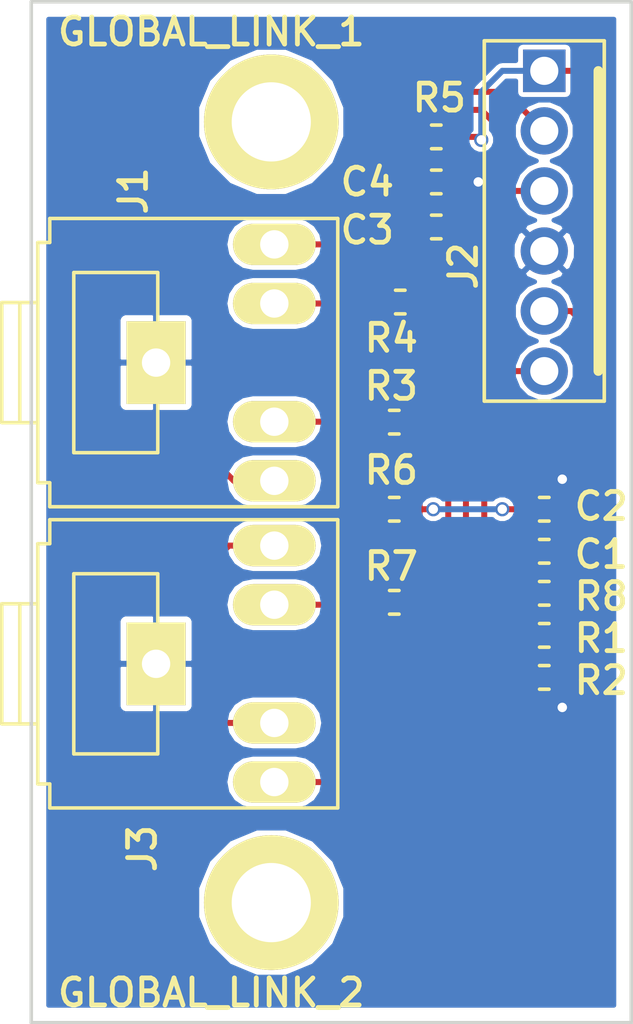
<source format=kicad_pcb>
(kicad_pcb (version 4) (host pcbnew 4.0.6)

  (general
    (links 27)
    (no_connects 0)
    (area 149.784999 96.444999 175.335001 139.775001)
    (thickness 1.6)
    (drawings 4)
    (tracks 95)
    (zones 0)
    (modules 17)
    (nets 14)
  )

  (page A4)
  (layers
    (0 F.Cu signal)
    (31 B.Cu signal)
    (32 B.Adhes user)
    (33 F.Adhes user)
    (34 B.Paste user)
    (35 F.Paste user)
    (36 B.SilkS user)
    (37 F.SilkS user)
    (38 B.Mask user)
    (39 F.Mask user)
    (40 Dwgs.User user)
    (41 Cmts.User user)
    (42 Eco1.User user)
    (43 Eco2.User user)
    (44 Edge.Cuts user)
    (45 Margin user)
    (46 B.CrtYd user)
    (47 F.CrtYd user)
    (48 B.Fab user)
    (49 F.Fab user)
  )

  (setup
    (last_trace_width 0.254)
    (user_trace_width 0.254)
    (user_trace_width 0.508)
    (trace_clearance 0.2)
    (zone_clearance 0.09144)
    (zone_45_only no)
    (trace_min 0.2)
    (segment_width 0.2)
    (edge_width 0.15)
    (via_size 0.6)
    (via_drill 0.4)
    (via_min_size 0.4)
    (via_min_drill 0.3)
    (uvia_size 0.3)
    (uvia_drill 0.1)
    (uvias_allowed no)
    (uvia_min_size 0.2)
    (uvia_min_drill 0.1)
    (pcb_text_width 0.3)
    (pcb_text_size 1.5 1.5)
    (mod_edge_width 0.15)
    (mod_text_size 1.143 1.143)
    (mod_text_width 0.2032)
    (pad_size 1.524 1.524)
    (pad_drill 0.762)
    (pad_to_mask_clearance 0.2)
    (aux_axis_origin 0 0)
    (visible_elements 7FFFFF7F)
    (pcbplotparams
      (layerselection 0x00030_80000001)
      (usegerberextensions false)
      (excludeedgelayer true)
      (linewidth 0.100000)
      (plotframeref false)
      (viasonmask false)
      (mode 1)
      (useauxorigin false)
      (hpglpennumber 1)
      (hpglpenspeed 20)
      (hpglpendiameter 15)
      (hpglpenoverlay 2)
      (psnegative false)
      (psa4output false)
      (plotreference true)
      (plotvalue true)
      (plotinvisibletext false)
      (padsonsilk false)
      (subtractmaskfromsilk false)
      (outputformat 1)
      (mirror false)
      (drillshape 1)
      (scaleselection 1)
      (outputdirectory ""))
  )

  (net 0 "")
  (net 1 /2v5)
  (net 2 GND)
  (net 3 "Net-(C3-Pad1)")
  (net 4 /LINK1_C)
  (net 5 /LINK1_AUD)
  (net 6 "Net-(J1-Pad4)")
  (net 7 "Net-(J1-Pad5)")
  (net 8 +3V3)
  (net 9 /LINK2_AUD)
  (net 10 /LINK2_C)
  (net 11 "Net-(J3-Pad4)")
  (net 12 "Net-(J3-Pad5)")
  (net 13 "Net-(C1-Pad1)")

  (net_class Default "This is the default net class."
    (clearance 0.2)
    (trace_width 0.25)
    (via_dia 0.6)
    (via_drill 0.4)
    (uvia_dia 0.3)
    (uvia_drill 0.1)
    (add_net +3V3)
    (add_net /2v5)
    (add_net /LINK1_AUD)
    (add_net /LINK1_C)
    (add_net /LINK2_AUD)
    (add_net /LINK2_C)
    (add_net GND)
    (add_net "Net-(C1-Pad1)")
    (add_net "Net-(C3-Pad1)")
    (add_net "Net-(J1-Pad4)")
    (add_net "Net-(J1-Pad5)")
    (add_net "Net-(J3-Pad4)")
    (add_net "Net-(J3-Pad5)")
  )

  (module lib:smd0603 (layer F.Cu) (tedit 5976B87F) (tstamp 596D7584)
    (at 171.577 119.761 180)
    (descr "SMT resistor, 0603")
    (path /596D7508)
    (fp_text reference C1 (at -2.413 -0.127 180) (layer F.SilkS)
      (effects (font (size 1.143 1.143) (thickness 0.2032)))
    )
    (fp_text value 4u7 (at 0 0.8 180) (layer F.SilkS) hide
      (effects (font (size 1.143 1.143) (thickness 0.2032)))
    )
    (fp_line (start -0.2 -0.5) (end 0.2 -0.5) (layer F.SilkS) (width 0.1524))
    (fp_line (start -0.2 0.5) (end 0.2 0.5) (layer F.SilkS) (width 0.1524))
    (pad 1 smd rect (at 0.75184 0 180) (size 0.89916 1.00076) (layers F.Cu F.Paste F.Mask)
      (net 13 "Net-(C1-Pad1)"))
    (pad 2 smd rect (at -0.75184 0 180) (size 0.89916 1.00076) (layers F.Cu F.Paste F.Mask)
      (net 2 GND))
    (model walter/r_0603.wrl
      (at (xyz 0 0 0))
      (scale (xyz 1 1 1))
      (rotate (xyz 0 0 0))
    )
  )

  (module lib:smd0603 (layer F.Cu) (tedit 5976B87D) (tstamp 596D758A)
    (at 171.577 117.983 180)
    (descr "SMT resistor, 0603")
    (path /596D750E)
    (fp_text reference C2 (at -2.413 0.127 180) (layer F.SilkS)
      (effects (font (size 1.143 1.143) (thickness 0.2032)))
    )
    (fp_text value 100n (at 0 0.8 180) (layer F.SilkS) hide
      (effects (font (size 1.143 1.143) (thickness 0.2032)))
    )
    (fp_line (start -0.2 -0.5) (end 0.2 -0.5) (layer F.SilkS) (width 0.1524))
    (fp_line (start -0.2 0.5) (end 0.2 0.5) (layer F.SilkS) (width 0.1524))
    (pad 1 smd rect (at 0.75184 0 180) (size 0.89916 1.00076) (layers F.Cu F.Paste F.Mask)
      (net 13 "Net-(C1-Pad1)"))
    (pad 2 smd rect (at -0.75184 0 180) (size 0.89916 1.00076) (layers F.Cu F.Paste F.Mask)
      (net 2 GND))
    (model walter/r_0603.wrl
      (at (xyz 0 0 0))
      (scale (xyz 1 1 1))
      (rotate (xyz 0 0 0))
    )
  )

  (module lib:smd0603 (layer F.Cu) (tedit 596D774C) (tstamp 596D7590)
    (at 167.005 106.045 180)
    (descr "SMT resistor, 0603")
    (path /596D6EF4)
    (fp_text reference C3 (at 2.921 -0.127 180) (layer F.SilkS)
      (effects (font (size 1.143 1.143) (thickness 0.2032)))
    )
    (fp_text value 4u7 (at 0 0.8 180) (layer F.SilkS) hide
      (effects (font (size 1.143 1.143) (thickness 0.2032)))
    )
    (fp_line (start -0.2 -0.5) (end 0.2 -0.5) (layer F.SilkS) (width 0.1524))
    (fp_line (start -0.2 0.5) (end 0.2 0.5) (layer F.SilkS) (width 0.1524))
    (pad 1 smd rect (at 0.75184 0 180) (size 0.89916 1.00076) (layers F.Cu F.Paste F.Mask)
      (net 3 "Net-(C3-Pad1)"))
    (pad 2 smd rect (at -0.75184 0 180) (size 0.89916 1.00076) (layers F.Cu F.Paste F.Mask)
      (net 2 GND))
    (model walter/r_0603.wrl
      (at (xyz 0 0 0))
      (scale (xyz 1 1 1))
      (rotate (xyz 0 0 0))
    )
  )

  (module lib:smd0603 (layer F.Cu) (tedit 596D774E) (tstamp 596D7596)
    (at 167.005 104.14 180)
    (descr "SMT resistor, 0603")
    (path /596D711D)
    (fp_text reference C4 (at 2.921 0 180) (layer F.SilkS)
      (effects (font (size 1.143 1.143) (thickness 0.2032)))
    )
    (fp_text value 100n (at 0 0.8 180) (layer F.SilkS) hide
      (effects (font (size 1.143 1.143) (thickness 0.2032)))
    )
    (fp_line (start -0.2 -0.5) (end 0.2 -0.5) (layer F.SilkS) (width 0.1524))
    (fp_line (start -0.2 0.5) (end 0.2 0.5) (layer F.SilkS) (width 0.1524))
    (pad 1 smd rect (at 0.75184 0 180) (size 0.89916 1.00076) (layers F.Cu F.Paste F.Mask)
      (net 3 "Net-(C3-Pad1)"))
    (pad 2 smd rect (at -0.75184 0 180) (size 0.89916 1.00076) (layers F.Cu F.Paste F.Mask)
      (net 2 GND))
    (model walter/r_0603.wrl
      (at (xyz 0 0 0))
      (scale (xyz 1 1 1))
      (rotate (xyz 0 0 0))
    )
  )

  (module TRS3.5_5 (layer F.Cu) (tedit 5976B674) (tstamp 596D759F)
    (at 156.739001 111.781001 90)
    (path /596D6692)
    (fp_text reference J1 (at 7.260001 -2.561001 90) (layer F.SilkS)
      (effects (font (size 1.143 1.143) (thickness 0.2032)))
    )
    (fp_text value GLOBAL_LINK_1 (at 13.991001 0.740999 360) (layer F.SilkS)
      (effects (font (size 1.143 1.143) (thickness 0.2032)))
    )
    (fp_line (start -1.778 -1.524) (end -3.81 -1.524) (layer F.SilkS) (width 0.15))
    (fp_line (start -3.81 -1.524) (end -3.81 -5.08) (layer F.SilkS) (width 0.15))
    (fp_line (start -3.81 -5.08) (end 3.81 -5.08) (layer F.SilkS) (width 0.15))
    (fp_line (start 3.81 -5.08) (end 3.81 -1.524) (layer F.SilkS) (width 0.15))
    (fp_line (start 3.81 -1.524) (end 1.778 -1.524) (layer F.SilkS) (width 0.15))
    (fp_line (start -5.08 -6.096) (end -6.096 -6.096) (layer F.SilkS) (width 0.15))
    (fp_line (start 6.096 -6.096) (end 5.08 -6.096) (layer F.SilkS) (width 0.15))
    (fp_line (start -2.54 -8.128) (end -2.54 -6.604) (layer F.SilkS) (width 0.15))
    (fp_line (start 2.54 -6.604) (end 2.54 -8.128) (layer F.SilkS) (width 0.15))
    (fp_line (start -2.54 -7.366) (end 2.54 -7.366) (layer F.SilkS) (width 0.15))
    (fp_line (start -5.08 -6.096) (end -5.08 -6.35) (layer F.SilkS) (width 0.15))
    (fp_line (start -5.08 -6.35) (end -5.08 -6.604) (layer F.SilkS) (width 0.15))
    (fp_line (start -5.08 -6.604) (end 5.08 -6.604) (layer F.SilkS) (width 0.15))
    (fp_line (start 5.08 -6.604) (end 5.08 -6.096) (layer F.SilkS) (width 0.15))
    (fp_line (start -2.54 -8.128) (end 2.54 -8.128) (layer F.SilkS) (width 0.15))
    (fp_line (start -6.096 6.096) (end -6.096 -6.096) (layer F.SilkS) (width 0.15))
    (fp_line (start 6.096 -6.096) (end 6.096 6.096) (layer F.SilkS) (width 0.15))
    (fp_line (start 6.096 6.096) (end -6.096 6.096) (layer F.SilkS) (width 0.15))
    (pad 1 thru_hole rect (at 0 -1.596 90) (size 3.5 2.5) (drill 1.2) (layers *.Cu *.Mask F.SilkS)
      (net 2 GND))
    (pad 2 thru_hole oval (at 5 3.41 90) (size 1.75 3.5) (drill 1.2) (layers *.Cu *.Mask F.SilkS)
      (net 4 /LINK1_C))
    (pad 3 thru_hole oval (at -5 3.41 90) (size 1.75 3.5) (drill 1.2) (layers *.Cu *.Mask F.SilkS)
      (net 5 /LINK1_AUD))
    (pad 4 thru_hole oval (at 2.5 3.41 90) (size 1.75 3.5) (drill 1.2) (layers *.Cu *.Mask F.SilkS)
      (net 6 "Net-(J1-Pad4)"))
    (pad 5 thru_hole oval (at -2.5 3.41 90) (size 1.75 3.5) (drill 1.2) (layers *.Cu *.Mask F.SilkS)
      (net 7 "Net-(J1-Pad5)"))
  )

  (module lib:Molex_22-27-2061_100mil_6pin_verical (layer F.Cu) (tedit 5976B525) (tstamp 596D75A9)
    (at 171.577 105.791 270)
    (path /596D666F)
    (fp_text reference J2 (at 1.905 3.429 270) (layer F.SilkS)
      (effects (font (size 1.143 1.143) (thickness 0.2032)))
    )
    (fp_text value CONN_01X06 (at 0 4.318 270) (layer F.Fab) hide
      (effects (font (size 1.143 1.143) (thickness 0.2032)))
    )
    (fp_line (start -6.35 -2.286) (end 6.35 -2.286) (layer F.SilkS) (width 0.4))
    (fp_line (start -7.62 -2.54) (end -7.62 2.54) (layer F.SilkS) (width 0.1524))
    (fp_line (start -7.62 2.54) (end 7.62 2.54) (layer F.SilkS) (width 0.1524))
    (fp_line (start 7.62 2.54) (end 7.62 -2.54) (layer F.SilkS) (width 0.1524))
    (fp_line (start 7.62 -2.54) (end -7.62 -2.54) (layer F.SilkS) (width 0.1524))
    (pad 1 thru_hole rect (at -6.35 0 270) (size 1.8 1.8) (drill 1.19) (layers *.Cu *.Mask)
      (net 8 +3V3))
    (pad 2 thru_hole circle (at -3.81 0 270) (size 2 2) (drill 1.19) (layers *.Cu *.Mask)
      (net 5 /LINK1_AUD))
    (pad 3 thru_hole circle (at -1.27 0 270) (size 2 2) (drill 1.19) (layers *.Cu *.Mask)
      (net 4 /LINK1_C))
    (pad 4 thru_hole circle (at 1.27 0 270) (size 2 2) (drill 1.19) (layers *.Cu *.Mask)
      (net 2 GND))
    (pad 5 thru_hole circle (at 3.81 0 270) (size 2 2) (drill 1.19) (layers *.Cu *.Mask)
      (net 9 /LINK2_AUD))
    (pad 6 thru_hole circle (at 6.35 0 270) (size 2 2) (drill 1.19) (layers *.Cu *.Mask)
      (net 10 /LINK2_C))
  )

  (module TRS3.5_5 (layer F.Cu) (tedit 5976B679) (tstamp 596D75B2)
    (at 156.739001 124.521001 90)
    (path /596D6E04)
    (fp_text reference J3 (at -7.812999 -2.180001 90) (layer F.SilkS)
      (effects (font (size 1.143 1.143) (thickness 0.2032)))
    )
    (fp_text value GLOBAL_LINK_2 (at -13.908999 0.740999 180) (layer F.SilkS)
      (effects (font (size 1.143 1.143) (thickness 0.2032)))
    )
    (fp_line (start -1.778 -1.524) (end -3.81 -1.524) (layer F.SilkS) (width 0.15))
    (fp_line (start -3.81 -1.524) (end -3.81 -5.08) (layer F.SilkS) (width 0.15))
    (fp_line (start -3.81 -5.08) (end 3.81 -5.08) (layer F.SilkS) (width 0.15))
    (fp_line (start 3.81 -5.08) (end 3.81 -1.524) (layer F.SilkS) (width 0.15))
    (fp_line (start 3.81 -1.524) (end 1.778 -1.524) (layer F.SilkS) (width 0.15))
    (fp_line (start -5.08 -6.096) (end -6.096 -6.096) (layer F.SilkS) (width 0.15))
    (fp_line (start 6.096 -6.096) (end 5.08 -6.096) (layer F.SilkS) (width 0.15))
    (fp_line (start -2.54 -8.128) (end -2.54 -6.604) (layer F.SilkS) (width 0.15))
    (fp_line (start 2.54 -6.604) (end 2.54 -8.128) (layer F.SilkS) (width 0.15))
    (fp_line (start -2.54 -7.366) (end 2.54 -7.366) (layer F.SilkS) (width 0.15))
    (fp_line (start -5.08 -6.096) (end -5.08 -6.35) (layer F.SilkS) (width 0.15))
    (fp_line (start -5.08 -6.35) (end -5.08 -6.604) (layer F.SilkS) (width 0.15))
    (fp_line (start -5.08 -6.604) (end 5.08 -6.604) (layer F.SilkS) (width 0.15))
    (fp_line (start 5.08 -6.604) (end 5.08 -6.096) (layer F.SilkS) (width 0.15))
    (fp_line (start -2.54 -8.128) (end 2.54 -8.128) (layer F.SilkS) (width 0.15))
    (fp_line (start -6.096 6.096) (end -6.096 -6.096) (layer F.SilkS) (width 0.15))
    (fp_line (start 6.096 -6.096) (end 6.096 6.096) (layer F.SilkS) (width 0.15))
    (fp_line (start 6.096 6.096) (end -6.096 6.096) (layer F.SilkS) (width 0.15))
    (pad 1 thru_hole rect (at 0 -1.596 90) (size 3.5 2.5) (drill 1.2) (layers *.Cu *.Mask F.SilkS)
      (net 2 GND))
    (pad 2 thru_hole oval (at 5 3.41 90) (size 1.75 3.5) (drill 1.2) (layers *.Cu *.Mask F.SilkS)
      (net 10 /LINK2_C))
    (pad 3 thru_hole oval (at -5 3.41 90) (size 1.75 3.5) (drill 1.2) (layers *.Cu *.Mask F.SilkS)
      (net 9 /LINK2_AUD))
    (pad 4 thru_hole oval (at 2.5 3.41 90) (size 1.75 3.5) (drill 1.2) (layers *.Cu *.Mask F.SilkS)
      (net 11 "Net-(J3-Pad4)"))
    (pad 5 thru_hole oval (at -2.5 3.41 90) (size 1.75 3.5) (drill 1.2) (layers *.Cu *.Mask F.SilkS)
      (net 12 "Net-(J3-Pad5)"))
  )

  (module lib:smd0603 (layer F.Cu) (tedit 5976B884) (tstamp 596D75B8)
    (at 171.577 123.317 180)
    (descr "SMT resistor, 0603")
    (path /596D7514)
    (fp_text reference R1 (at -2.413 -0.127 180) (layer F.SilkS)
      (effects (font (size 1.143 1.143) (thickness 0.2032)))
    )
    (fp_text value 1k (at 0 0.8 180) (layer F.SilkS) hide
      (effects (font (size 1.143 1.143) (thickness 0.2032)))
    )
    (fp_line (start -0.2 -0.5) (end 0.2 -0.5) (layer F.SilkS) (width 0.1524))
    (fp_line (start -0.2 0.5) (end 0.2 0.5) (layer F.SilkS) (width 0.1524))
    (pad 1 smd rect (at 0.75184 0 180) (size 0.89916 1.00076) (layers F.Cu F.Paste F.Mask)
      (net 1 /2v5))
    (pad 2 smd rect (at -0.75184 0 180) (size 0.89916 1.00076) (layers F.Cu F.Paste F.Mask)
      (net 8 +3V3))
    (model walter/r_0603.wrl
      (at (xyz 0 0 0))
      (scale (xyz 1 1 1))
      (rotate (xyz 0 0 0))
    )
  )

  (module lib:smd0603 (layer F.Cu) (tedit 5976B887) (tstamp 596D75BE)
    (at 171.577 125.095)
    (descr "SMT resistor, 0603")
    (path /596D8F90)
    (fp_text reference R2 (at 2.413 0.127) (layer F.SilkS)
      (effects (font (size 1.143 1.143) (thickness 0.2032)))
    )
    (fp_text value 3k3 (at 0 0.8) (layer F.SilkS) hide
      (effects (font (size 1.143 1.143) (thickness 0.2032)))
    )
    (fp_line (start -0.2 -0.5) (end 0.2 -0.5) (layer F.SilkS) (width 0.1524))
    (fp_line (start -0.2 0.5) (end 0.2 0.5) (layer F.SilkS) (width 0.1524))
    (pad 1 smd rect (at 0.75184 0) (size 0.89916 1.00076) (layers F.Cu F.Paste F.Mask)
      (net 2 GND))
    (pad 2 smd rect (at -0.75184 0) (size 0.89916 1.00076) (layers F.Cu F.Paste F.Mask)
      (net 1 /2v5))
    (model walter/r_0603.wrl
      (at (xyz 0 0 0))
      (scale (xyz 1 1 1))
      (rotate (xyz 0 0 0))
    )
  )

  (module lib:smd0603 (layer F.Cu) (tedit 5976B866) (tstamp 596D75C4)
    (at 165.227 114.3 180)
    (descr "SMT resistor, 0603")
    (path /596D6901)
    (fp_text reference R3 (at 0.127 1.524 180) (layer F.SilkS)
      (effects (font (size 1.143 1.143) (thickness 0.2032)))
    )
    (fp_text value 2k (at 0 0.8 180) (layer F.SilkS) hide
      (effects (font (size 1.143 1.143) (thickness 0.2032)))
    )
    (fp_line (start -0.2 -0.5) (end 0.2 -0.5) (layer F.SilkS) (width 0.1524))
    (fp_line (start -0.2 0.5) (end 0.2 0.5) (layer F.SilkS) (width 0.1524))
    (pad 1 smd rect (at 0.75184 0 180) (size 0.89916 1.00076) (layers F.Cu F.Paste F.Mask)
      (net 7 "Net-(J1-Pad5)"))
    (pad 2 smd rect (at -0.75184 0 180) (size 0.89916 1.00076) (layers F.Cu F.Paste F.Mask)
      (net 13 "Net-(C1-Pad1)"))
    (model walter/r_0603.wrl
      (at (xyz 0 0 0))
      (scale (xyz 1 1 1))
      (rotate (xyz 0 0 0))
    )
  )

  (module lib:smd0603 (layer F.Cu) (tedit 5976B869) (tstamp 596D75CA)
    (at 165.481 109.22 180)
    (descr "SMT resistor, 0603")
    (path /596D6B11)
    (fp_text reference R4 (at 0.381 -1.524 180) (layer F.SilkS)
      (effects (font (size 1.143 1.143) (thickness 0.2032)))
    )
    (fp_text value 2k (at 0 0.8 180) (layer F.SilkS) hide
      (effects (font (size 1.143 1.143) (thickness 0.2032)))
    )
    (fp_line (start -0.2 -0.5) (end 0.2 -0.5) (layer F.SilkS) (width 0.1524))
    (fp_line (start -0.2 0.5) (end 0.2 0.5) (layer F.SilkS) (width 0.1524))
    (pad 1 smd rect (at 0.75184 0 180) (size 0.89916 1.00076) (layers F.Cu F.Paste F.Mask)
      (net 6 "Net-(J1-Pad4)"))
    (pad 2 smd rect (at -0.75184 0 180) (size 0.89916 1.00076) (layers F.Cu F.Paste F.Mask)
      (net 3 "Net-(C3-Pad1)"))
    (model walter/r_0603.wrl
      (at (xyz 0 0 0))
      (scale (xyz 1 1 1))
      (rotate (xyz 0 0 0))
    )
  )

  (module lib:smd0603 (layer F.Cu) (tedit 596D77A2) (tstamp 596D75D0)
    (at 167.005 102.235 180)
    (descr "SMT resistor, 0603")
    (path /596D7266)
    (fp_text reference R5 (at -0.127 1.651 180) (layer F.SilkS)
      (effects (font (size 1.143 1.143) (thickness 0.2032)))
    )
    (fp_text value 100R (at 0 0.8 180) (layer F.SilkS) hide
      (effects (font (size 1.143 1.143) (thickness 0.2032)))
    )
    (fp_line (start -0.2 -0.5) (end 0.2 -0.5) (layer F.SilkS) (width 0.1524))
    (fp_line (start -0.2 0.5) (end 0.2 0.5) (layer F.SilkS) (width 0.1524))
    (pad 1 smd rect (at 0.75184 0 180) (size 0.89916 1.00076) (layers F.Cu F.Paste F.Mask)
      (net 3 "Net-(C3-Pad1)"))
    (pad 2 smd rect (at -0.75184 0 180) (size 0.89916 1.00076) (layers F.Cu F.Paste F.Mask)
      (net 8 +3V3))
    (model walter/r_0603.wrl
      (at (xyz 0 0 0))
      (scale (xyz 1 1 1))
      (rotate (xyz 0 0 0))
    )
  )

  (module lib:smd0603 (layer F.Cu) (tedit 5976B871) (tstamp 596D75D6)
    (at 165.227 117.983 180)
    (descr "SMT resistor, 0603")
    (path /596D6E0E)
    (fp_text reference R6 (at 0.127 1.651 180) (layer F.SilkS)
      (effects (font (size 1.143 1.143) (thickness 0.2032)))
    )
    (fp_text value 2k (at 0 0.8 180) (layer F.SilkS) hide
      (effects (font (size 1.143 1.143) (thickness 0.2032)))
    )
    (fp_line (start -0.2 -0.5) (end 0.2 -0.5) (layer F.SilkS) (width 0.1524))
    (fp_line (start -0.2 0.5) (end 0.2 0.5) (layer F.SilkS) (width 0.1524))
    (pad 1 smd rect (at 0.75184 0 180) (size 0.89916 1.00076) (layers F.Cu F.Paste F.Mask)
      (net 12 "Net-(J3-Pad5)"))
    (pad 2 smd rect (at -0.75184 0 180) (size 0.89916 1.00076) (layers F.Cu F.Paste F.Mask)
      (net 13 "Net-(C1-Pad1)"))
    (model walter/r_0603.wrl
      (at (xyz 0 0 0))
      (scale (xyz 1 1 1))
      (rotate (xyz 0 0 0))
    )
  )

  (module lib:smd0603 (layer F.Cu) (tedit 5976B872) (tstamp 596D75DC)
    (at 165.227 121.92 180)
    (descr "SMT resistor, 0603")
    (path /596D6E14)
    (fp_text reference R7 (at 0.127 1.524 180) (layer F.SilkS)
      (effects (font (size 1.143 1.143) (thickness 0.2032)))
    )
    (fp_text value 2k (at 0 0.8 180) (layer F.SilkS) hide
      (effects (font (size 1.143 1.143) (thickness 0.2032)))
    )
    (fp_line (start -0.2 -0.5) (end 0.2 -0.5) (layer F.SilkS) (width 0.1524))
    (fp_line (start -0.2 0.5) (end 0.2 0.5) (layer F.SilkS) (width 0.1524))
    (pad 1 smd rect (at 0.75184 0 180) (size 0.89916 1.00076) (layers F.Cu F.Paste F.Mask)
      (net 11 "Net-(J3-Pad4)"))
    (pad 2 smd rect (at -0.75184 0 180) (size 0.89916 1.00076) (layers F.Cu F.Paste F.Mask)
      (net 3 "Net-(C3-Pad1)"))
    (model walter/r_0603.wrl
      (at (xyz 0 0 0))
      (scale (xyz 1 1 1))
      (rotate (xyz 0 0 0))
    )
  )

  (module lib:MTG_4_40 (layer F.Cu) (tedit 4CACD11D) (tstamp 596D7662)
    (at 160.02 101.6)
    (path /596EF645)
    (fp_text reference MTG1 (at 0.381 -4.445) (layer F.SilkS) hide
      (effects (font (size 1.143 1.143) (thickness 0.2032)))
    )
    (fp_text value MOUNTING_HOLE (at 0.254 4.699) (layer F.SilkS) hide
      (effects (font (size 1.143 1.143) (thickness 0.2032)))
    )
    (pad 1 thru_hole circle (at 0 0) (size 5.69976 5.69976) (drill 3.35026) (layers *.Cu *.Mask F.SilkS))
  )

  (module lib:MTG_4_40 (layer F.Cu) (tedit 4CACD11D) (tstamp 596D7667)
    (at 160.02 134.62)
    (path /596EF83F)
    (fp_text reference MTG2 (at 0.381 -4.445) (layer F.SilkS) hide
      (effects (font (size 1.143 1.143) (thickness 0.2032)))
    )
    (fp_text value MOUNTING_HOLE (at 0.254 4.699) (layer F.SilkS) hide
      (effects (font (size 1.143 1.143) (thickness 0.2032)))
    )
    (pad 1 thru_hole circle (at 0 0) (size 5.69976 5.69976) (drill 3.35026) (layers *.Cu *.Mask F.SilkS))
  )

  (module lib:smd0603 (layer F.Cu) (tedit 5976B881) (tstamp 5976AA85)
    (at 171.577 121.539)
    (descr "SMT resistor, 0603")
    (path /597759A1)
    (fp_text reference R8 (at 2.413 0.127) (layer F.SilkS)
      (effects (font (size 1.143 1.143) (thickness 0.2032)))
    )
    (fp_text value 100R (at 0 0.8) (layer F.SilkS) hide
      (effects (font (size 1.143 1.143) (thickness 0.2032)))
    )
    (fp_line (start -0.2 -0.5) (end 0.2 -0.5) (layer F.SilkS) (width 0.1524))
    (fp_line (start -0.2 0.5) (end 0.2 0.5) (layer F.SilkS) (width 0.1524))
    (pad 1 smd rect (at 0.75184 0) (size 0.89916 1.00076) (layers F.Cu F.Paste F.Mask)
      (net 13 "Net-(C1-Pad1)"))
    (pad 2 smd rect (at -0.75184 0) (size 0.89916 1.00076) (layers F.Cu F.Paste F.Mask)
      (net 1 /2v5))
    (model walter/r_0603.wrl
      (at (xyz 0 0 0))
      (scale (xyz 1 1 1))
      (rotate (xyz 0 0 0))
    )
  )

  (gr_line (start 175.26 96.52) (end 149.86 96.52) (angle 90) (layer Edge.Cuts) (width 0.15))
  (gr_line (start 175.26 139.7) (end 175.26 96.52) (angle 90) (layer Edge.Cuts) (width 0.15))
  (gr_line (start 149.86 139.7) (end 175.26 139.7) (angle 90) (layer Edge.Cuts) (width 0.15))
  (gr_line (start 149.86 96.52) (end 149.86 139.7) (angle 90) (layer Edge.Cuts) (width 0.15))

  (segment (start 170.82516 121.539) (end 170.82516 123.317) (width 0.254) (layer F.Cu) (net 1) (status C00000))
  (segment (start 170.82516 123.317) (end 170.82516 125.095) (width 0.254) (layer F.Cu) (net 1) (tstamp 5976B805) (status C00000))
  (segment (start 172.32884 119.761) (end 172.32884 117.983) (width 0.254) (layer F.Cu) (net 2) (status C00000))
  (segment (start 172.32884 117.983) (end 172.339 117.97284) (width 0.254) (layer F.Cu) (net 2) (tstamp 5976B80D) (status C00000))
  (segment (start 172.339 117.97284) (end 172.339 116.713) (width 0.254) (layer F.Cu) (net 2) (tstamp 5976B80E) (status 400000))
  (via (at 172.339 116.713) (size 0.6) (drill 0.4) (layers F.Cu B.Cu) (net 2))
  (segment (start 172.32884 125.095) (end 172.32884 126.35484) (width 0.254) (layer F.Cu) (net 2) (status 400000))
  (via (at 172.339 126.365) (size 0.6) (drill 0.4) (layers F.Cu B.Cu) (net 2))
  (segment (start 172.32884 126.35484) (end 172.339 126.365) (width 0.254) (layer F.Cu) (net 2) (tstamp 5976B808))
  (segment (start 167.75684 104.14) (end 168.783 104.14) (width 0.254) (layer F.Cu) (net 2))
  (via (at 168.783 104.14) (size 0.6) (drill 0.4) (layers F.Cu B.Cu) (net 2))
  (segment (start 167.75684 104.14) (end 167.75684 106.045) (width 0.254) (layer F.Cu) (net 2))
  (segment (start 166.23284 109.22) (end 166.23284 106.06532) (width 0.254) (layer F.Cu) (net 3))
  (segment (start 166.23284 106.06532) (end 166.25316 106.045) (width 0.254) (layer F.Cu) (net 3) (tstamp 5976B6FB))
  (segment (start 165.97884 121.92) (end 165.97884 120.66016) (width 0.254) (layer F.Cu) (net 3))
  (segment (start 167.513 110.109) (end 166.624 109.22) (width 0.254) (layer F.Cu) (net 3) (tstamp 5976B6F7))
  (segment (start 167.513 119.126) (end 167.513 110.109) (width 0.254) (layer F.Cu) (net 3) (tstamp 5976B6F5))
  (segment (start 165.97884 120.66016) (end 167.513 119.126) (width 0.254) (layer F.Cu) (net 3) (tstamp 5976B6F3))
  (segment (start 166.624 109.22) (end 166.23284 109.22) (width 0.254) (layer F.Cu) (net 3) (tstamp 5976B6F8))
  (segment (start 166.25316 102.235) (end 166.25316 104.14) (width 0.254) (layer F.Cu) (net 3))
  (segment (start 166.25316 104.14) (end 166.25316 106.045) (width 0.254) (layer F.Cu) (net 3) (tstamp 5976B644))
  (segment (start 160.149001 106.781001) (end 163.347999 106.781001) (width 0.254) (layer F.Cu) (net 4))
  (segment (start 170.18 104.521) (end 171.577 104.521) (width 0.254) (layer F.Cu) (net 4) (tstamp 5976B624))
  (segment (start 169.926 104.267) (end 170.18 104.521) (width 0.254) (layer F.Cu) (net 4) (tstamp 5976B623))
  (segment (start 169.926 102.108) (end 169.926 104.267) (width 0.254) (layer F.Cu) (net 4) (tstamp 5976B620))
  (segment (start 168.91 101.092) (end 169.926 102.108) (width 0.254) (layer F.Cu) (net 4) (tstamp 5976B61E))
  (segment (start 165.488056 101.092) (end 168.91 101.092) (width 0.254) (layer F.Cu) (net 4) (tstamp 5976B61D))
  (segment (start 164.846 101.734056) (end 165.488056 101.092) (width 0.254) (layer F.Cu) (net 4) (tstamp 5976B61C))
  (segment (start 164.846 105.283) (end 164.846 101.734056) (width 0.254) (layer F.Cu) (net 4) (tstamp 5976B61A))
  (segment (start 163.347999 106.781001) (end 164.846 105.283) (width 0.254) (layer F.Cu) (net 4) (tstamp 5976B618))
  (segment (start 164.084 102.108) (end 164.084 101.219) (width 0.254) (layer F.Cu) (net 5))
  (segment (start 169.926 100.33) (end 171.577 101.981) (width 0.254) (layer F.Cu) (net 5) (tstamp 5976B640))
  (segment (start 164.973 100.33) (end 169.926 100.33) (width 0.254) (layer F.Cu) (net 5) (tstamp 5976B63F))
  (segment (start 164.084 101.219) (end 164.973 100.33) (width 0.254) (layer F.Cu) (net 5) (tstamp 5976B63E))
  (segment (start 160.149001 116.781001) (end 158.437001 116.781001) (width 0.254) (layer F.Cu) (net 5))
  (segment (start 158.437001 116.781001) (end 157.607 115.951) (width 0.254) (layer F.Cu) (net 5) (tstamp 5976B604))
  (segment (start 157.607 115.951) (end 157.607 106.172) (width 0.254) (layer F.Cu) (net 5) (tstamp 5976B606))
  (segment (start 157.607 106.172) (end 158.496 105.283) (width 0.254) (layer F.Cu) (net 5) (tstamp 5976B607))
  (segment (start 158.496 105.283) (end 162.941 105.283) (width 0.254) (layer F.Cu) (net 5) (tstamp 5976B608))
  (segment (start 162.941 105.283) (end 164.084 104.14) (width 0.254) (layer F.Cu) (net 5) (tstamp 5976B609))
  (segment (start 164.084 104.14) (end 164.084 102.108) (width 0.254) (layer F.Cu) (net 5) (tstamp 5976B60B))
  (segment (start 160.149001 109.281001) (end 164.668159 109.281001) (width 0.254) (layer F.Cu) (net 6))
  (segment (start 164.668159 109.281001) (end 164.72916 109.22) (width 0.254) (layer F.Cu) (net 6) (tstamp 5976B653))
  (segment (start 160.149001 114.281001) (end 164.456161 114.281001) (width 0.254) (layer F.Cu) (net 7) (status 20))
  (segment (start 164.456161 114.281001) (end 164.47516 114.3) (width 0.254) (layer F.Cu) (net 7) (tstamp 5976B656) (status 30))
  (segment (start 172.32884 123.317) (end 173.482 123.317) (width 0.254) (layer F.Cu) (net 8) (status 400000))
  (segment (start 173.355 99.441) (end 171.577 99.441) (width 0.254) (layer F.Cu) (net 8) (tstamp 5976B816) (status 800000))
  (segment (start 174.244 100.33) (end 173.355 99.441) (width 0.254) (layer F.Cu) (net 8) (tstamp 5976B815))
  (segment (start 174.244 122.555) (end 174.244 100.33) (width 0.254) (layer F.Cu) (net 8) (tstamp 5976B814))
  (segment (start 173.482 123.317) (end 174.244 122.555) (width 0.254) (layer F.Cu) (net 8) (tstamp 5976B813))
  (segment (start 167.75684 102.235) (end 168.783 102.235) (width 0.254) (layer F.Cu) (net 8))
  (segment (start 169.799 99.441) (end 171.577 99.441) (width 0.254) (layer B.Cu) (net 8) (tstamp 5976B631))
  (segment (start 168.91 100.33) (end 169.799 99.441) (width 0.254) (layer B.Cu) (net 8) (tstamp 5976B62C))
  (segment (start 168.91 102.362) (end 168.91 100.33) (width 0.254) (layer B.Cu) (net 8) (tstamp 5976B62B))
  (via (at 168.91 102.362) (size 0.6) (drill 0.4) (layers F.Cu B.Cu) (net 8))
  (segment (start 168.783 102.235) (end 168.91 102.362) (width 0.254) (layer F.Cu) (net 8) (tstamp 5976B628))
  (segment (start 160.149001 129.521001) (end 164.991999 129.521001) (width 0.254) (layer F.Cu) (net 9))
  (segment (start 172.72 109.601) (end 171.577 109.601) (width 0.254) (layer F.Cu) (net 9) (tstamp 5976B7A2))
  (segment (start 173.355 110.236) (end 172.72 109.601) (width 0.254) (layer F.Cu) (net 9) (tstamp 5976B7A1))
  (segment (start 173.355 113.919) (end 173.355 110.236) (width 0.254) (layer F.Cu) (net 9) (tstamp 5976B79F))
  (segment (start 172.339 114.935) (end 173.355 113.919) (width 0.254) (layer F.Cu) (net 9) (tstamp 5976B79D))
  (segment (start 169.926 114.935) (end 172.339 114.935) (width 0.254) (layer F.Cu) (net 9) (tstamp 5976B79C))
  (segment (start 169.037 115.824) (end 169.926 114.935) (width 0.254) (layer F.Cu) (net 9) (tstamp 5976B79A))
  (segment (start 169.037 125.476) (end 169.037 115.824) (width 0.254) (layer F.Cu) (net 9) (tstamp 5976B797))
  (segment (start 164.991999 129.521001) (end 169.037 125.476) (width 0.254) (layer F.Cu) (net 9) (tstamp 5976B794))
  (segment (start 171.577 112.141) (end 169.672 112.141) (width 0.254) (layer F.Cu) (net 10))
  (segment (start 168.260999 113.552001) (end 168.260999 119.521001) (width 0.254) (layer F.Cu) (net 10) (tstamp 5976B70F))
  (segment (start 169.672 112.141) (end 168.260999 113.552001) (width 0.254) (layer F.Cu) (net 10) (tstamp 5976B70E))
  (segment (start 160.149001 119.521001) (end 158.227999 119.521001) (width 0.254) (layer F.Cu) (net 10))
  (segment (start 158.227999 119.521001) (end 157.734 120.015) (width 0.254) (layer F.Cu) (net 10) (tstamp 5976B6DC))
  (segment (start 157.734 120.015) (end 157.734 122.809) (width 0.254) (layer F.Cu) (net 10) (tstamp 5976B6DD))
  (segment (start 157.734 122.809) (end 158.75 123.825) (width 0.254) (layer F.Cu) (net 10) (tstamp 5976B6DE))
  (segment (start 158.75 123.825) (end 167.132 123.825) (width 0.254) (layer F.Cu) (net 10) (tstamp 5976B6DF))
  (segment (start 167.132 123.825) (end 167.513 123.444) (width 0.254) (layer F.Cu) (net 10) (tstamp 5976B6E1))
  (segment (start 167.513 123.444) (end 167.513 120.269) (width 0.254) (layer F.Cu) (net 10) (tstamp 5976B6E2))
  (segment (start 167.513 120.269) (end 168.260999 119.521001) (width 0.254) (layer F.Cu) (net 10) (tstamp 5976B6E3))
  (segment (start 160.149001 122.021001) (end 164.374159 122.021001) (width 0.254) (layer F.Cu) (net 11) (status 20))
  (segment (start 164.374159 122.021001) (end 164.47516 121.92) (width 0.254) (layer F.Cu) (net 11) (tstamp 5976B6B1) (status 30))
  (segment (start 158.369 118.11) (end 157.734 118.11) (width 0.254) (layer F.Cu) (net 12))
  (segment (start 157.501001 127.021001) (end 160.149001 127.021001) (width 0.254) (layer F.Cu) (net 12) (tstamp 5976B6D9))
  (segment (start 157.099 126.619) (end 157.501001 127.021001) (width 0.254) (layer F.Cu) (net 12) (tstamp 5976B6D8))
  (segment (start 157.099 118.745) (end 157.099 126.619) (width 0.254) (layer F.Cu) (net 12) (tstamp 5976B6D7))
  (segment (start 157.734 118.11) (end 157.099 118.745) (width 0.254) (layer F.Cu) (net 12) (tstamp 5976B6D6))
  (segment (start 164.47516 117.983) (end 162.179 117.983) (width 0.254) (layer F.Cu) (net 12))
  (segment (start 162.052 118.11) (end 158.369 118.11) (width 0.254) (layer F.Cu) (net 12) (tstamp 5976B6AA))
  (segment (start 162.179 117.983) (end 162.052 118.11) (width 0.254) (layer F.Cu) (net 12) (tstamp 5976B6A9))
  (segment (start 170.82516 119.761) (end 170.82516 120.03532) (width 0.254) (layer F.Cu) (net 13) (status C00000))
  (segment (start 170.82516 120.03532) (end 172.32884 121.539) (width 0.254) (layer F.Cu) (net 13) (tstamp 5976B802) (status C00000))
  (via (at 169.799 117.983) (size 0.6) (drill 0.4) (layers F.Cu B.Cu) (net 13))
  (via (at 166.878 117.983) (size 0.6) (drill 0.4) (layers F.Cu B.Cu) (net 13))
  (segment (start 170.82516 117.983) (end 169.799 117.983) (width 0.254) (layer F.Cu) (net 13) (tstamp 5976B764) (status 10))
  (segment (start 166.878 117.983) (end 165.97884 117.983) (width 0.254) (layer F.Cu) (net 13))
  (segment (start 169.799 117.983) (end 166.878 117.983) (width 0.254) (layer B.Cu) (net 13) (tstamp 5976B78B))
  (segment (start 170.82516 117.983) (end 170.82516 119.761) (width 0.254) (layer F.Cu) (net 13) (tstamp 5976B765) (status 20))
  (segment (start 165.97884 117.983) (end 165.97884 114.3) (width 0.254) (layer F.Cu) (net 13))

  (zone (net 2) (net_name GND) (layer B.Cu) (tstamp 5976ABBF) (hatch edge 0.508)
    (connect_pads (clearance 0.09144))
    (min_thickness 0.2)
    (fill yes (arc_segments 16) (thermal_gap 0.254) (thermal_bridge_width 0.254))
    (polygon
      (pts
        (xy 150.495 97.155) (xy 174.625 97.155) (xy 174.625 139.065) (xy 150.495 139.065)
      )
    )
    (filled_polygon
      (pts
        (xy 174.525 138.965) (xy 150.595 138.965) (xy 150.595 135.243801) (xy 156.869574 135.243801) (xy 157.348104 136.401933)
        (xy 158.233407 137.288781) (xy 159.390701 137.769332) (xy 160.643801 137.770426) (xy 161.801933 137.291896) (xy 162.688781 136.406593)
        (xy 163.169332 135.249299) (xy 163.170426 133.996199) (xy 162.691896 132.838067) (xy 161.806593 131.951219) (xy 160.649299 131.470668)
        (xy 159.396199 131.469574) (xy 158.238067 131.948104) (xy 157.351219 132.833407) (xy 156.870668 133.990701) (xy 156.869574 135.243801)
        (xy 150.595 135.243801) (xy 150.595 129.521001) (xy 158.058839 129.521001) (xy 158.148281 129.970654) (xy 158.402989 130.351851)
        (xy 158.784186 130.606559) (xy 159.233839 130.696001) (xy 161.064163 130.696001) (xy 161.513816 130.606559) (xy 161.895013 130.351851)
        (xy 162.149721 129.970654) (xy 162.239163 129.521001) (xy 162.149721 129.071348) (xy 161.895013 128.690151) (xy 161.513816 128.435443)
        (xy 161.064163 128.346001) (xy 159.233839 128.346001) (xy 158.784186 128.435443) (xy 158.402989 128.690151) (xy 158.148281 129.071348)
        (xy 158.058839 129.521001) (xy 150.595 129.521001) (xy 150.595 127.021001) (xy 158.058839 127.021001) (xy 158.148281 127.470654)
        (xy 158.402989 127.851851) (xy 158.784186 128.106559) (xy 159.233839 128.196001) (xy 161.064163 128.196001) (xy 161.513816 128.106559)
        (xy 161.895013 127.851851) (xy 162.149721 127.470654) (xy 162.239163 127.021001) (xy 162.149721 126.571348) (xy 161.895013 126.190151)
        (xy 161.513816 125.935443) (xy 161.064163 125.846001) (xy 159.233839 125.846001) (xy 158.784186 125.935443) (xy 158.402989 126.190151)
        (xy 158.148281 126.571348) (xy 158.058839 127.021001) (xy 150.595 127.021001) (xy 150.595 124.636501) (xy 153.539001 124.636501)
        (xy 153.539001 126.341416) (xy 153.592894 126.471526) (xy 153.692476 126.571108) (xy 153.822586 126.625001) (xy 155.027501 126.625001)
        (xy 155.116001 126.536501) (xy 155.116001 124.548001) (xy 155.170001 124.548001) (xy 155.170001 126.536501) (xy 155.258501 126.625001)
        (xy 156.463416 126.625001) (xy 156.593526 126.571108) (xy 156.693108 126.471526) (xy 156.747001 126.341416) (xy 156.747001 124.636501)
        (xy 156.658501 124.548001) (xy 155.170001 124.548001) (xy 155.116001 124.548001) (xy 153.627501 124.548001) (xy 153.539001 124.636501)
        (xy 150.595 124.636501) (xy 150.595 122.700586) (xy 153.539001 122.700586) (xy 153.539001 124.405501) (xy 153.627501 124.494001)
        (xy 155.116001 124.494001) (xy 155.116001 122.505501) (xy 155.170001 122.505501) (xy 155.170001 124.494001) (xy 156.658501 124.494001)
        (xy 156.747001 124.405501) (xy 156.747001 122.700586) (xy 156.693108 122.570476) (xy 156.593526 122.470894) (xy 156.463416 122.417001)
        (xy 155.258501 122.417001) (xy 155.170001 122.505501) (xy 155.116001 122.505501) (xy 155.027501 122.417001) (xy 153.822586 122.417001)
        (xy 153.692476 122.470894) (xy 153.592894 122.570476) (xy 153.539001 122.700586) (xy 150.595 122.700586) (xy 150.595 122.021001)
        (xy 158.058839 122.021001) (xy 158.148281 122.470654) (xy 158.402989 122.851851) (xy 158.784186 123.106559) (xy 159.233839 123.196001)
        (xy 161.064163 123.196001) (xy 161.513816 123.106559) (xy 161.895013 122.851851) (xy 162.149721 122.470654) (xy 162.239163 122.021001)
        (xy 162.149721 121.571348) (xy 161.895013 121.190151) (xy 161.513816 120.935443) (xy 161.064163 120.846001) (xy 159.233839 120.846001)
        (xy 158.784186 120.935443) (xy 158.402989 121.190151) (xy 158.148281 121.571348) (xy 158.058839 122.021001) (xy 150.595 122.021001)
        (xy 150.595 119.521001) (xy 158.058839 119.521001) (xy 158.148281 119.970654) (xy 158.402989 120.351851) (xy 158.784186 120.606559)
        (xy 159.233839 120.696001) (xy 161.064163 120.696001) (xy 161.513816 120.606559) (xy 161.895013 120.351851) (xy 162.149721 119.970654)
        (xy 162.239163 119.521001) (xy 162.149721 119.071348) (xy 161.895013 118.690151) (xy 161.513816 118.435443) (xy 161.064163 118.346001)
        (xy 159.233839 118.346001) (xy 158.784186 118.435443) (xy 158.402989 118.690151) (xy 158.148281 119.071348) (xy 158.058839 119.521001)
        (xy 150.595 119.521001) (xy 150.595 118.101824) (xy 166.277896 118.101824) (xy 166.369048 118.322429) (xy 166.537683 118.491359)
        (xy 166.758129 118.582896) (xy 166.996824 118.583104) (xy 167.217429 118.491952) (xy 167.299524 118.41) (xy 169.377466 118.41)
        (xy 169.458683 118.491359) (xy 169.679129 118.582896) (xy 169.917824 118.583104) (xy 170.138429 118.491952) (xy 170.307359 118.323317)
        (xy 170.398896 118.102871) (xy 170.399104 117.864176) (xy 170.307952 117.643571) (xy 170.139317 117.474641) (xy 169.918871 117.383104)
        (xy 169.680176 117.382896) (xy 169.459571 117.474048) (xy 169.377476 117.556) (xy 167.299534 117.556) (xy 167.218317 117.474641)
        (xy 166.997871 117.383104) (xy 166.759176 117.382896) (xy 166.538571 117.474048) (xy 166.369641 117.642683) (xy 166.278104 117.863129)
        (xy 166.277896 118.101824) (xy 150.595 118.101824) (xy 150.595 116.781001) (xy 158.058839 116.781001) (xy 158.148281 117.230654)
        (xy 158.402989 117.611851) (xy 158.784186 117.866559) (xy 159.233839 117.956001) (xy 161.064163 117.956001) (xy 161.513816 117.866559)
        (xy 161.895013 117.611851) (xy 162.149721 117.230654) (xy 162.239163 116.781001) (xy 162.149721 116.331348) (xy 161.895013 115.950151)
        (xy 161.513816 115.695443) (xy 161.064163 115.606001) (xy 159.233839 115.606001) (xy 158.784186 115.695443) (xy 158.402989 115.950151)
        (xy 158.148281 116.331348) (xy 158.058839 116.781001) (xy 150.595 116.781001) (xy 150.595 114.281001) (xy 158.058839 114.281001)
        (xy 158.148281 114.730654) (xy 158.402989 115.111851) (xy 158.784186 115.366559) (xy 159.233839 115.456001) (xy 161.064163 115.456001)
        (xy 161.513816 115.366559) (xy 161.895013 115.111851) (xy 162.149721 114.730654) (xy 162.239163 114.281001) (xy 162.149721 113.831348)
        (xy 161.895013 113.450151) (xy 161.513816 113.195443) (xy 161.064163 113.106001) (xy 159.233839 113.106001) (xy 158.784186 113.195443)
        (xy 158.402989 113.450151) (xy 158.148281 113.831348) (xy 158.058839 114.281001) (xy 150.595 114.281001) (xy 150.595 111.896501)
        (xy 153.539001 111.896501) (xy 153.539001 113.601416) (xy 153.592894 113.731526) (xy 153.692476 113.831108) (xy 153.822586 113.885001)
        (xy 155.027501 113.885001) (xy 155.116001 113.796501) (xy 155.116001 111.808001) (xy 155.170001 111.808001) (xy 155.170001 113.796501)
        (xy 155.258501 113.885001) (xy 156.463416 113.885001) (xy 156.593526 113.831108) (xy 156.693108 113.731526) (xy 156.747001 113.601416)
        (xy 156.747001 111.896501) (xy 156.658501 111.808001) (xy 155.170001 111.808001) (xy 155.116001 111.808001) (xy 153.627501 111.808001)
        (xy 153.539001 111.896501) (xy 150.595 111.896501) (xy 150.595 109.960586) (xy 153.539001 109.960586) (xy 153.539001 111.665501)
        (xy 153.627501 111.754001) (xy 155.116001 111.754001) (xy 155.116001 109.765501) (xy 155.170001 109.765501) (xy 155.170001 111.754001)
        (xy 156.658501 111.754001) (xy 156.747001 111.665501) (xy 156.747001 109.960586) (xy 156.693108 109.830476) (xy 156.593526 109.730894)
        (xy 156.463416 109.677001) (xy 155.258501 109.677001) (xy 155.170001 109.765501) (xy 155.116001 109.765501) (xy 155.027501 109.677001)
        (xy 153.822586 109.677001) (xy 153.692476 109.730894) (xy 153.592894 109.830476) (xy 153.539001 109.960586) (xy 150.595 109.960586)
        (xy 150.595 109.281001) (xy 158.058839 109.281001) (xy 158.148281 109.730654) (xy 158.402989 110.111851) (xy 158.784186 110.366559)
        (xy 159.233839 110.456001) (xy 161.064163 110.456001) (xy 161.513816 110.366559) (xy 161.895013 110.111851) (xy 162.064329 109.858452)
        (xy 170.276774 109.858452) (xy 170.474271 110.336429) (xy 170.839647 110.702444) (xy 171.245985 110.87117) (xy 170.841571 111.038271)
        (xy 170.475556 111.403647) (xy 170.277226 111.881279) (xy 170.276774 112.398452) (xy 170.474271 112.876429) (xy 170.839647 113.242444)
        (xy 171.317279 113.440774) (xy 171.834452 113.441226) (xy 172.312429 113.243729) (xy 172.678444 112.878353) (xy 172.876774 112.400721)
        (xy 172.877226 111.883548) (xy 172.679729 111.405571) (xy 172.314353 111.039556) (xy 171.908015 110.87083) (xy 172.312429 110.703729)
        (xy 172.678444 110.338353) (xy 172.876774 109.860721) (xy 172.877226 109.343548) (xy 172.679729 108.865571) (xy 172.314353 108.499556)
        (xy 171.975727 108.358946) (xy 172.321206 108.223759) (xy 172.366454 108.193526) (xy 172.471309 107.993493) (xy 171.577 107.099184)
        (xy 170.682691 107.993493) (xy 170.787546 108.193526) (xy 171.172019 108.361732) (xy 170.841571 108.498271) (xy 170.475556 108.863647)
        (xy 170.277226 109.341279) (xy 170.276774 109.858452) (xy 162.064329 109.858452) (xy 162.149721 109.730654) (xy 162.239163 109.281001)
        (xy 162.149721 108.831348) (xy 161.895013 108.450151) (xy 161.513816 108.195443) (xy 161.064163 108.106001) (xy 159.233839 108.106001)
        (xy 158.784186 108.195443) (xy 158.402989 108.450151) (xy 158.148281 108.831348) (xy 158.058839 109.281001) (xy 150.595 109.281001)
        (xy 150.595 106.781001) (xy 158.058839 106.781001) (xy 158.148281 107.230654) (xy 158.402989 107.611851) (xy 158.784186 107.866559)
        (xy 159.233839 107.956001) (xy 161.064163 107.956001) (xy 161.513816 107.866559) (xy 161.895013 107.611851) (xy 162.100988 107.303588)
        (xy 170.217956 107.303588) (xy 170.414241 107.805206) (xy 170.444474 107.850454) (xy 170.644507 107.955309) (xy 171.538816 107.061)
        (xy 171.615184 107.061) (xy 172.509493 107.955309) (xy 172.709526 107.850454) (xy 172.925428 107.356962) (xy 172.936044 106.818412)
        (xy 172.739759 106.316794) (xy 172.709526 106.271546) (xy 172.509493 106.166691) (xy 171.615184 107.061) (xy 171.538816 107.061)
        (xy 170.644507 106.166691) (xy 170.444474 106.271546) (xy 170.228572 106.765038) (xy 170.217956 107.303588) (xy 162.100988 107.303588)
        (xy 162.149721 107.230654) (xy 162.239163 106.781001) (xy 162.149721 106.331348) (xy 161.895013 105.950151) (xy 161.513816 105.695443)
        (xy 161.064163 105.606001) (xy 159.233839 105.606001) (xy 158.784186 105.695443) (xy 158.402989 105.950151) (xy 158.148281 106.331348)
        (xy 158.058839 106.781001) (xy 150.595 106.781001) (xy 150.595 102.223801) (xy 156.869574 102.223801) (xy 157.348104 103.381933)
        (xy 158.233407 104.268781) (xy 159.390701 104.749332) (xy 160.643801 104.750426) (xy 161.801933 104.271896) (xy 162.688781 103.386593)
        (xy 163.064889 102.480824) (xy 168.309896 102.480824) (xy 168.401048 102.701429) (xy 168.569683 102.870359) (xy 168.790129 102.961896)
        (xy 169.028824 102.962104) (xy 169.249429 102.870952) (xy 169.418359 102.702317) (xy 169.509896 102.481871) (xy 169.510104 102.243176)
        (xy 169.508153 102.238452) (xy 170.276774 102.238452) (xy 170.474271 102.716429) (xy 170.839647 103.082444) (xy 171.245985 103.25117)
        (xy 170.841571 103.418271) (xy 170.475556 103.783647) (xy 170.277226 104.261279) (xy 170.276774 104.778452) (xy 170.474271 105.256429)
        (xy 170.839647 105.622444) (xy 171.178273 105.763054) (xy 170.832794 105.898241) (xy 170.787546 105.928474) (xy 170.682691 106.128507)
        (xy 171.577 107.022816) (xy 172.471309 106.128507) (xy 172.366454 105.928474) (xy 171.981981 105.760268) (xy 172.312429 105.623729)
        (xy 172.678444 105.258353) (xy 172.876774 104.780721) (xy 172.877226 104.263548) (xy 172.679729 103.785571) (xy 172.314353 103.419556)
        (xy 171.908015 103.25083) (xy 172.312429 103.083729) (xy 172.678444 102.718353) (xy 172.876774 102.240721) (xy 172.877226 101.723548)
        (xy 172.679729 101.245571) (xy 172.314353 100.879556) (xy 171.836721 100.681226) (xy 171.319548 100.680774) (xy 170.841571 100.878271)
        (xy 170.475556 101.243647) (xy 170.277226 101.721279) (xy 170.276774 102.238452) (xy 169.508153 102.238452) (xy 169.418952 102.022571)
        (xy 169.337 101.940476) (xy 169.337 100.50687) (xy 169.975869 99.868) (xy 170.371123 99.868) (xy 170.371123 100.341)
        (xy 170.392042 100.452173) (xy 170.457745 100.554279) (xy 170.557997 100.622778) (xy 170.677 100.646877) (xy 172.477 100.646877)
        (xy 172.588173 100.625958) (xy 172.690279 100.560255) (xy 172.758778 100.460003) (xy 172.782877 100.341) (xy 172.782877 98.541)
        (xy 172.761958 98.429827) (xy 172.696255 98.327721) (xy 172.596003 98.259222) (xy 172.477 98.235123) (xy 170.677 98.235123)
        (xy 170.565827 98.256042) (xy 170.463721 98.321745) (xy 170.395222 98.421997) (xy 170.371123 98.541) (xy 170.371123 99.014)
        (xy 169.799005 99.014) (xy 169.799 99.013999) (xy 169.635594 99.046503) (xy 169.497065 99.139065) (xy 169.497063 99.139068)
        (xy 168.608065 100.028065) (xy 168.515503 100.166594) (xy 168.482999 100.33) (xy 168.483 100.330005) (xy 168.483 101.940466)
        (xy 168.401641 102.021683) (xy 168.310104 102.242129) (xy 168.309896 102.480824) (xy 163.064889 102.480824) (xy 163.169332 102.229299)
        (xy 163.170426 100.976199) (xy 162.691896 99.818067) (xy 161.806593 98.931219) (xy 160.649299 98.450668) (xy 159.396199 98.449574)
        (xy 158.238067 98.928104) (xy 157.351219 99.813407) (xy 156.870668 100.970701) (xy 156.869574 102.223801) (xy 150.595 102.223801)
        (xy 150.595 97.255) (xy 174.525 97.255)
      )
    )
  )
)

</source>
